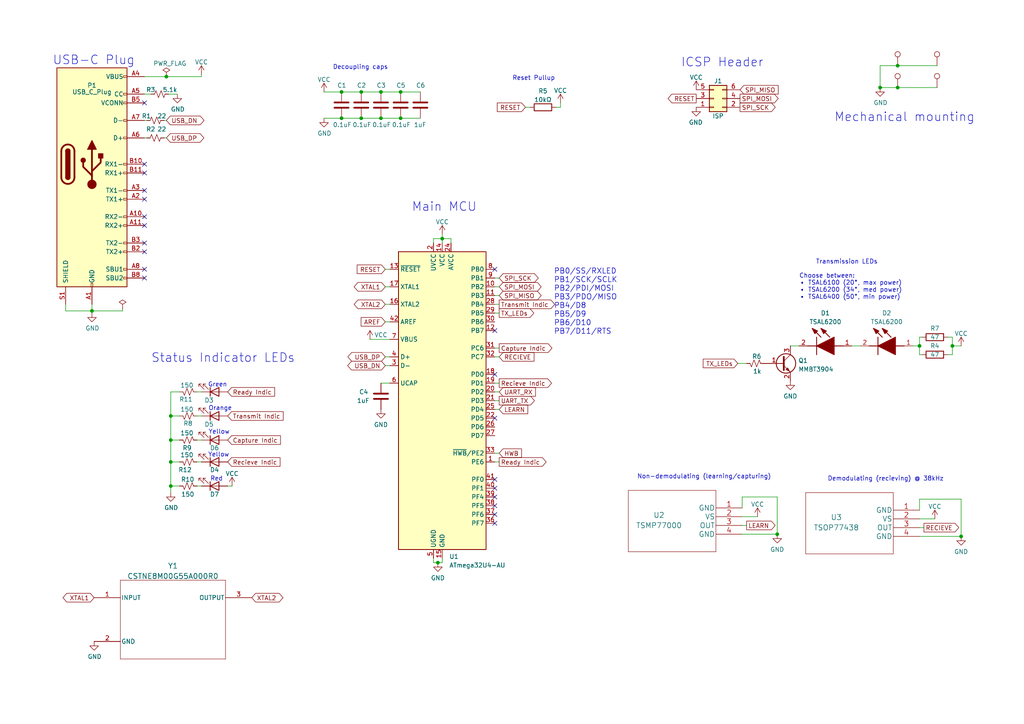
<source format=kicad_sch>
(kicad_sch (version 20230121) (generator eeschema)
  (paper "A4")
  (lib_symbols
    (symbol "Connector:TestPoint" (pin_numbers hide) (pin_names (offset 0.762) hide)
      (property "Reference" "TP" (at 0 6.858 0))
      (property "Value" "TestPoint" (at 0 5.08 0))
      (symbol "TestPoint_0_1"
        (circle (center 0 3.302) (radius 0.762))
      )
      (symbol "TestPoint_1_1"
        (pin passive line (at 0 0 90) (length 2.54) (name "1") (number "1"))
      )
    )
    (symbol "Connector:USB_C_Plug" (pin_names (offset 1.016))
      (property "Reference" "P" (at -10.16 29.21 0))
      (property "Value" "USB_C_Plug" (at 10.16 29.21 0))
      (symbol "USB_C_Plug_0_0"
        (rectangle (start -0.254 -35.56) (end 0.254 -34.544))
        (rectangle (start 10.16 -32.766) (end 9.144 -33.274))
        (rectangle (start 10.16 -30.226) (end 9.144 -30.734))
        (rectangle (start 10.16 -25.146) (end 9.144 -25.654))
        (rectangle (start 10.16 -22.606) (end 9.144 -23.114))
        (rectangle (start 10.16 -17.526) (end 9.144 -18.034))
        (rectangle (start 10.16 -14.986) (end 9.144 -15.494))
        (rectangle (start 10.16 -9.906) (end 9.144 -10.414))
        (rectangle (start 10.16 -7.366) (end 9.144 -7.874))
        (rectangle (start 10.16 -2.286) (end 9.144 -2.794))
        (rectangle (start 10.16 0.254) (end 9.144 -0.254))
        (rectangle (start 10.16 7.874) (end 9.144 7.366))
        (rectangle (start 10.16 12.954) (end 9.144 12.446))
        (rectangle (start 10.16 18.034) (end 9.144 17.526))
        (rectangle (start 10.16 20.574) (end 9.144 20.066))
        (rectangle (start 10.16 25.654) (end 9.144 25.146))
      )
      (symbol "USB_C_Plug_0_1"
        (rectangle (start -10.16 27.94) (end 10.16 -35.56) (stroke (width 0.254)) (fill (type background)))
        (arc (start -8.89 -3.81) (mid -6.985 -5.7067) (end -5.08 -3.81) (stroke (width 0.508)))
        (arc (start -7.62 -3.81) (mid -6.985 -4.4423) (end -6.35 -3.81) (stroke (width 0.254)))
        (arc (start -7.62 -3.81) (mid -6.985 -4.4423) (end -6.35 -3.81) (stroke (width 0.254)) (fill (type outline)))
        (rectangle (start -7.62 -3.81) (end -6.35 3.81) (stroke (width 0.254)) (fill (type outline)))
        (arc (start -6.35 3.81) (mid -6.985 4.4423) (end -7.62 3.81) (stroke (width 0.254)))
        (arc (start -6.35 3.81) (mid -6.985 4.4423) (end -7.62 3.81) (stroke (width 0.254)) (fill (type outline)))
        (arc (start -5.08 3.81) (mid -6.985 5.7067) (end -8.89 3.81) (stroke (width 0.508)))
        (polyline (pts (xy -8.89 -3.81) (xy -8.89 3.81)) (stroke (width 0.508)))
        (polyline (pts (xy -5.08 3.81) (xy -5.08 -3.81)) (stroke (width 0.508)))
      )
      (symbol "USB_C_Plug_1_1"
        (circle (center -2.54 1.143) (radius 0.635) (stroke (width 0.254)) (fill (type outline)))
        (circle (center 0 -5.842) (radius 1.27) (fill (type outline)))
        (polyline (pts (xy 0 -5.842) (xy 0 4.318)) (stroke (width 0.508)))
        (polyline (pts (xy 0 -3.302) (xy -2.54 -0.762) (xy -2.54 0.508)) (stroke (width 0.508)))
        (polyline (pts (xy 0 -2.032) (xy 2.54 0.508) (xy 2.54 1.778)) (stroke (width 0.508)))
        (polyline (pts (xy -1.27 4.318) (xy 0 6.858) (xy 1.27 4.318) (xy -1.27 4.318)) (stroke (width 0.254)) (fill (type outline)))
        (rectangle (start 1.905 1.778) (end 3.175 3.048) (stroke (width 0.254)) (fill (type outline)))
        (pin passive line (at 0 -40.64 90) (length 5.08) (name "GND") (number "A1"))
        (pin bidirectional line (at 15.24 -15.24 180) (length 5.08) (name "RX2-") (number "A10"))
        (pin bidirectional line (at 15.24 -17.78 180) (length 5.08) (name "RX2+") (number "A11"))
        (pin passive line (at 0 -40.64 90) (length 5.08) hide (name "GND") (number "A12"))
        (pin bidirectional line (at 15.24 -10.16 180) (length 5.08) (name "TX1+") (number "A2"))
        (pin bidirectional line (at 15.24 -7.62 180) (length 5.08) (name "TX1-") (number "A3"))
        (pin passive line (at 15.24 25.4 180) (length 5.08) (name "VBUS") (number "A4"))
        (pin bidirectional line (at 15.24 20.32 180) (length 5.08) (name "CC") (number "A5"))
        (pin bidirectional line (at 15.24 7.62 180) (length 5.08) (name "D+") (number "A6"))
        (pin bidirectional line (at 15.24 12.7 180) (length 5.08) (name "D-") (number "A7"))
        (pin bidirectional line (at 15.24 -30.48 180) (length 5.08) (name "SBU1") (number "A8"))
        (pin passive line (at 15.24 25.4 180) (length 5.08) hide (name "VBUS") (number "A9"))
        (pin passive line (at 0 -40.64 90) (length 5.08) hide (name "GND") (number "B1"))
        (pin bidirectional line (at 15.24 0 180) (length 5.08) (name "RX1-") (number "B10"))
        (pin bidirectional line (at 15.24 -2.54 180) (length 5.08) (name "RX1+") (number "B11"))
        (pin passive line (at 0 -40.64 90) (length 5.08) hide (name "GND") (number "B12"))
        (pin bidirectional line (at 15.24 -25.4 180) (length 5.08) (name "TX2+") (number "B2"))
        (pin bidirectional line (at 15.24 -22.86 180) (length 5.08) (name "TX2-") (number "B3"))
        (pin passive line (at 15.24 25.4 180) (length 5.08) hide (name "VBUS") (number "B4"))
        (pin bidirectional line (at 15.24 17.78 180) (length 5.08) (name "VCONN") (number "B5"))
        (pin bidirectional line (at 15.24 -33.02 180) (length 5.08) (name "SBU2") (number "B8"))
        (pin passive line (at 15.24 25.4 180) (length 5.08) hide (name "VBUS") (number "B9"))
        (pin passive line (at -7.62 -40.64 90) (length 5.08) (name "SHIELD") (number "S1"))
      )
    )
    (symbol "Connector_Generic:Conn_02x03_Odd_Even" (pin_names (offset 1.016) hide)
      (property "Reference" "J" (at 1.27 5.08 0))
      (property "Value" "Conn_02x03_Odd_Even" (at 1.27 -5.08 0))
      (symbol "Conn_02x03_Odd_Even_1_1"
        (rectangle (start -1.27 -2.413) (end 0 -2.667) (stroke (width 0.1524)))
        (rectangle (start -1.27 0.127) (end 0 -0.127) (stroke (width 0.1524)))
        (rectangle (start -1.27 2.667) (end 0 2.413) (stroke (width 0.1524)))
        (rectangle (start -1.27 3.81) (end 3.81 -3.81) (stroke (width 0.254)) (fill (type background)))
        (rectangle (start 3.81 -2.413) (end 2.54 -2.667) (stroke (width 0.1524)))
        (rectangle (start 3.81 0.127) (end 2.54 -0.127) (stroke (width 0.1524)))
        (rectangle (start 3.81 2.667) (end 2.54 2.413) (stroke (width 0.1524)))
        (pin passive line (at -5.08 2.54 0) (length 3.81) (name "Pin_1") (number "1"))
        (pin passive line (at 7.62 2.54 180) (length 3.81) (name "Pin_2") (number "2"))
        (pin passive line (at -5.08 0 0) (length 3.81) (name "Pin_3") (number "3"))
        (pin passive line (at 7.62 0 180) (length 3.81) (name "Pin_4") (number "4"))
        (pin passive line (at -5.08 -2.54 0) (length 3.81) (name "Pin_5") (number "5"))
        (pin passive line (at 7.62 -2.54 180) (length 3.81) (name "Pin_6") (number "6"))
      )
    )
    (symbol "Device:C" (pin_numbers hide) (pin_names (offset 0.254))
      (property "Reference" "C" (at 0.635 2.54 0))
      (property "Value" "C" (at 0.635 -2.54 0))
      (symbol "C_0_1"
        (polyline (pts (xy -2.032 -0.762) (xy 2.032 -0.762)) (stroke (width 0.508)))
        (polyline (pts (xy -2.032 0.762) (xy 2.032 0.762)) (stroke (width 0.508)))
      )
      (symbol "C_1_1"
        (pin passive line (at 0 3.81 270) (length 2.794) (name "~") (number "1"))
        (pin passive line (at 0 -3.81 90) (length 2.794) (name "~") (number "2"))
      )
    )
    (symbol "Device:LED" (pin_numbers hide) (pin_names (offset 1.016) hide)
      (property "Reference" "D" (at 0 2.54 0))
      (property "Value" "LED" (at 0 -2.54 0))
      (symbol "LED_0_1"
        (polyline (pts (xy -1.27 -1.27) (xy -1.27 1.27)) (stroke (width 0.254)))
        (polyline (pts (xy -1.27 0) (xy 1.27 0)))
        (polyline (pts (xy 1.27 -1.27) (xy 1.27 1.27) (xy -1.27 0) (xy 1.27 -1.27)) (stroke (width 0.254)))
        (polyline (pts (xy -3.048 -0.762) (xy -4.572 -2.286) (xy -3.81 -2.286) (xy -4.572 -2.286) (xy -4.572 -1.524)))
        (polyline (pts (xy -1.778 -0.762) (xy -3.302 -2.286) (xy -2.54 -2.286) (xy -3.302 -2.286) (xy -3.302 -1.524)))
      )
      (symbol "LED_1_1"
        (pin passive line (at -3.81 0 0) (length 2.54) (name "K") (number "1"))
        (pin passive line (at 3.81 0 180) (length 2.54) (name "A") (number "2"))
      )
    )
    (symbol "Device:R" (pin_numbers hide) (pin_names (offset 0))
      (property "Reference" "R" (at 2.032 0 90))
      (property "Value" "R" (at 0 0 90))
      (symbol "R_0_1"
        (rectangle (start -1.016 -2.54) (end 1.016 2.54) (stroke (width 0.254)))
      )
      (symbol "R_1_1"
        (pin passive line (at 0 3.81 270) (length 1.27) (name "~") (number "1"))
        (pin passive line (at 0 -3.81 90) (length 1.27) (name "~") (number "2"))
      )
    )
    (symbol "Device:R_Small_US" (pin_numbers hide) (pin_names (offset 0.254) hide)
      (property "Reference" "R" (at 0.762 0.508 0))
      (property "Value" "R_Small_US" (at 0.762 -1.016 0))
      (symbol "R_Small_US_1_1"
        (polyline (pts (xy 0 0) (xy 1.016 -0.381) (xy 0 -0.762) (xy -1.016 -1.143) (xy 0 -1.524)))
        (polyline (pts (xy 0 1.524) (xy 1.016 1.143) (xy 0 0.762) (xy -1.016 0.381) (xy 0 0)))
        (pin passive line (at 0 2.54 270) (length 1.016) (name "~") (number "1"))
        (pin passive line (at 0 -2.54 90) (length 1.016) (name "~") (number "2"))
      )
    )
    (symbol "IN-S126ESGHIR:IN-S126ESGHIR" (pin_names hide)
      (property "Value" "IN-S126ESGHIR" (at 0 0 0))
      (property "Reference_1" "LED" (at 12.7 8.89 0))
      (property "Value_1" "IN-S126ESGHIR" (at 12.7 6.35 0))
      (symbol "IN-S126ESGHIR_1_1"
        (polyline (pts (xy 2.54 0) (xy 5.08 0)) (stroke (width 0.254)))
        (polyline (pts (xy 5.08 2.54) (xy 5.08 -2.54)) (stroke (width 0.254)))
        (polyline (pts (xy 6.35 2.54) (xy 3.81 5.08)) (stroke (width 0.254)))
        (polyline (pts (xy 8.89 2.54) (xy 6.35 5.08)) (stroke (width 0.254)))
        (polyline (pts (xy 10.16 0) (xy 12.7 0)) (stroke (width 0.254)))
        (polyline (pts (xy 5.08 0) (xy 10.16 2.54) (xy 10.16 -2.54) (xy 5.08 0)) (stroke (width 0.254)) (fill (type outline)))
        (polyline (pts (xy 5.334 4.318) (xy 4.572 3.556) (xy 3.81 5.08) (xy 5.334 4.318)) (stroke (width 0.254)) (fill (type outline)))
        (polyline (pts (xy 7.874 4.318) (xy 7.112 3.556) (xy 6.35 5.08) (xy 7.874 4.318)) (stroke (width 0.254)) (fill (type outline)))
        (pin passive line (at 15.24 0 180) (length 2.54) (name "A") (number "1"))
        (pin passive line (at 0 0 0) (length 2.54) (name "K") (number "2"))
      )
    )
    (symbol "MCU_Microchip_ATmega:ATmega32U4-A"
      (property "Reference" "U" (at -12.7 44.45 0))
      (property "Value" "ATmega32U4-A" (at 2.54 -44.45 0))
      (symbol "ATmega32U4-A_0_1"
        (rectangle (start -12.7 -43.18) (end 12.7 43.18) (stroke (width 0.254)) (fill (type background)))
      )
      (symbol "ATmega32U4-A_1_1"
        (pin bidirectional line (at 15.24 -17.78 180) (length 2.54) (name "PE6") (number "1"))
        (pin bidirectional line (at 15.24 33.02 180) (length 2.54) (name "PB2") (number "10"))
        (pin bidirectional line (at 15.24 30.48 180) (length 2.54) (name "PB3") (number "11"))
        (pin bidirectional line (at 15.24 20.32 180) (length 2.54) (name "PB7") (number "12"))
        (pin input line (at -15.24 38.1 0) (length 2.54) (name "~{RESET}") (number "13"))
        (pin power_in line (at 0 45.72 270) (length 2.54) (name "VCC") (number "14"))
        (pin power_in line (at 0 -45.72 90) (length 2.54) (name "GND") (number "15"))
        (pin output line (at -15.24 27.94 0) (length 2.54) (name "XTAL2") (number "16"))
        (pin input line (at -15.24 33.02 0) (length 2.54) (name "XTAL1") (number "17"))
        (pin bidirectional line (at 15.24 7.62 180) (length 2.54) (name "PD0") (number "18"))
        (pin bidirectional line (at 15.24 5.08 180) (length 2.54) (name "PD1") (number "19"))
        (pin power_in line (at -2.54 45.72 270) (length 2.54) (name "UVCC") (number "2"))
        (pin bidirectional line (at 15.24 2.54 180) (length 2.54) (name "PD2") (number "20"))
        (pin bidirectional line (at 15.24 0 180) (length 2.54) (name "PD3") (number "21"))
        (pin bidirectional line (at 15.24 -5.08 180) (length 2.54) (name "PD5") (number "22"))
        (pin passive line (at 0 -45.72 90) (length 2.54) hide (name "GND") (number "23"))
        (pin power_in line (at 2.54 45.72 270) (length 2.54) (name "AVCC") (number "24"))
        (pin bidirectional line (at 15.24 -2.54 180) (length 2.54) (name "PD4") (number "25"))
        (pin bidirectional line (at 15.24 -7.62 180) (length 2.54) (name "PD6") (number "26"))
        (pin bidirectional line (at 15.24 -10.16 180) (length 2.54) (name "PD7") (number "27"))
        (pin bidirectional line (at 15.24 27.94 180) (length 2.54) (name "PB4") (number "28"))
        (pin bidirectional line (at 15.24 25.4 180) (length 2.54) (name "PB5") (number "29"))
        (pin bidirectional line (at -15.24 10.16 0) (length 2.54) (name "D-") (number "3"))
        (pin bidirectional line (at 15.24 22.86 180) (length 2.54) (name "PB6") (number "30"))
        (pin bidirectional line (at 15.24 15.24 180) (length 2.54) (name "PC6") (number "31"))
        (pin bidirectional line (at 15.24 12.7 180) (length 2.54) (name "PC7") (number "32"))
        (pin bidirectional line (at 15.24 -15.24 180) (length 2.54) (name "~{HWB}/PE2") (number "33"))
        (pin passive line (at 0 45.72 270) (length 2.54) hide (name "VCC") (number "34"))
        (pin passive line (at 0 -45.72 90) (length 2.54) hide (name "GND") (number "35"))
        (pin bidirectional line (at 15.24 -35.56 180) (length 2.54) (name "PF7") (number "36"))
        (pin bidirectional line (at 15.24 -33.02 180) (length 2.54) (name "PF6") (number "37"))
        (pin bidirectional line (at 15.24 -30.48 180) (length 2.54) (name "PF5") (number "38"))
        (pin bidirectional line (at 15.24 -27.94 180) (length 2.54) (name "PF4") (number "39"))
        (pin bidirectional line (at -15.24 12.7 0) (length 2.54) (name "D+") (number "4"))
        (pin bidirectional line (at 15.24 -25.4 180) (length 2.54) (name "PF1") (number "40"))
        (pin bidirectional line (at 15.24 -22.86 180) (length 2.54) (name "PF0") (number "41"))
        (pin passive line (at -15.24 22.86 0) (length 2.54) (name "AREF") (number "42"))
        (pin passive line (at 0 -45.72 90) (length 2.54) hide (name "GND") (number "43"))
        (pin passive line (at 2.54 45.72 270) (length 2.54) hide (name "AVCC") (number "44"))
        (pin passive line (at -2.54 -45.72 90) (length 2.54) (name "UGND") (number "5"))
        (pin passive line (at -15.24 5.08 0) (length 2.54) (name "UCAP") (number "6"))
        (pin input line (at -15.24 17.78 0) (length 2.54) (name "VBUS") (number "7"))
        (pin bidirectional line (at 15.24 38.1 180) (length 2.54) (name "PB0") (number "8"))
        (pin bidirectional line (at 15.24 35.56 180) (length 2.54) (name "PB1") (number "9"))
      )
    )
    (symbol "PWR_FLAG_1" (power) (pin_numbers hide) (pin_names (offset 0) hide)
      (property "Value" "PWR_FLAG_1" (at 0 3.81 0))
      (symbol "PWR_FLAG_1_0_0"
        (pin power_out line (at 0 0 90) (length 0) (name "pwr") (number "1"))
      )
      (symbol "PWR_FLAG_1_0_1"
        (polyline (pts (xy 0 0) (xy 0 1.27) (xy -1.016 1.905) (xy 0 2.54) (xy 1.016 1.905) (xy 0 1.27)))
      )
    )
    (symbol "RESONATOR_00G55A000R0_MUR:CSTNE8M00G55A000R0" (pin_names (offset 0.254))
      (property "Reference" "R" (at 22.86 10.16 0))
      (property "Value" "CSTNE8M00G55A000R0" (at 22.86 7.62 0))
      (symbol "CSTNE8M00G55A000R0_0_1"
        (polyline (pts (xy 7.62 -17.78) (xy 38.1 -17.78)) (stroke (width 0.127)))
        (polyline (pts (xy 7.62 5.08) (xy 7.62 -17.78)) (stroke (width 0.127)))
        (polyline (pts (xy 38.1 -17.78) (xy 38.1 5.08)) (stroke (width 0.127)))
        (polyline (pts (xy 38.1 5.08) (xy 7.62 5.08)) (stroke (width 0.127)))
        (pin input line (at 0 0 0) (length 7.62) (name "INPUT") (number "1"))
        (pin power_out line (at 0 -12.7 0) (length 7.62) (name "GND") (number "2"))
        (pin output line (at 45.72 0 180) (length 7.62) (name "OUTPUT") (number "3"))
      )
    )
    (symbol "TSSP77P38T:TSSP77P38T" (pin_names (offset 0.254))
      (property "Reference" "U" (at 20.32 10.16 0))
      (property "Value" "TSSP77P38T" (at 20.32 7.62 0))
      (symbol "TSSP77P38T_1_1"
        (polyline (pts (xy 7.62 -12.7) (xy 33.02 -12.7)) (stroke (width 0.127)))
        (polyline (pts (xy 7.62 5.08) (xy 7.62 -12.7)) (stroke (width 0.127)))
        (polyline (pts (xy 33.02 -12.7) (xy 33.02 5.08)) (stroke (width 0.127)))
        (polyline (pts (xy 33.02 5.08) (xy 7.62 5.08)) (stroke (width 0.127)))
        (pin power_in line (at 0 0 0) (length 7.62) (name "GND") (number "1"))
        (pin unspecified line (at 0 -2.54 0) (length 7.62) (name "VS") (number "2"))
        (pin output line (at 0 -5.08 0) (length 7.62) (name "OUT") (number "3"))
        (pin power_in line (at 0 -7.62 0) (length 7.62) (name "GND") (number "4"))
      )
    )
    (symbol "Transistor_BJT:MMBT3904" (pin_names (offset 0) hide)
      (property "Reference" "Q" (at 5.08 1.905 0))
      (property "Value" "MMBT3904" (at 5.08 0 0))
      (symbol "MMBT3904_0_1"
        (polyline (pts (xy 0.635 0.635) (xy 2.54 2.54)))
        (polyline (pts (xy 0.635 -0.635) (xy 2.54 -2.54) (xy 2.54 -2.54)))
        (polyline (pts (xy 0.635 1.905) (xy 0.635 -1.905) (xy 0.635 -1.905)) (stroke (width 0.508)))
        (polyline (pts (xy 1.27 -1.778) (xy 1.778 -1.27) (xy 2.286 -2.286) (xy 1.27 -1.778) (xy 1.27 -1.778)) (fill (type outline)))
        (circle (center 1.27 0) (radius 2.8194) (stroke (width 0.254)))
      )
      (symbol "MMBT3904_1_1"
        (pin input line (at -5.08 0 0) (length 5.715) (name "B") (number "1"))
        (pin passive line (at 2.54 -5.08 90) (length 2.54) (name "E") (number "2"))
        (pin passive line (at 2.54 5.08 270) (length 2.54) (name "C") (number "3"))
      )
    )
    (symbol "power:GND" (power) (pin_names (offset 0))
      (property "Value" "GND" (at 0 -3.81 0))
      (symbol "GND_0_1"
        (polyline (pts (xy 0 0) (xy 0 -1.27) (xy 1.27 -1.27) (xy 0 -2.54) (xy -1.27 -1.27) (xy 0 -1.27)))
      )
      (symbol "GND_1_1"
        (pin power_in line (at 0 0 270) (length 0) hide (name "GND") (number "1"))
      )
    )
    (symbol "power:PWR_FLAG" (power) (pin_numbers hide) (pin_names (offset 0) hide)
      (property "Value" "PWR_FLAG" (at 0 3.81 0))
      (symbol "PWR_FLAG_0_0"
        (pin power_out line (at 0 0 90) (length 0) (name "pwr") (number "1"))
      )
      (symbol "PWR_FLAG_0_1"
        (polyline (pts (xy 0 0) (xy 0 1.27) (xy -1.016 1.905) (xy 0 2.54) (xy 1.016 1.905) (xy 0 1.27)))
      )
    )
    (symbol "power:VCC" (power) (pin_names (offset 0))
      (property "Value" "VCC" (at 0 3.81 0))
      (symbol "VCC_0_1"
        (polyline (pts (xy -0.762 1.27) (xy 0 2.54)))
        (polyline (pts (xy 0 0) (xy 0 2.54)))
        (polyline (pts (xy 0 2.54) (xy 0.762 1.27)))
      )
      (symbol "VCC_1_1"
        (pin power_in line (at 0 0 90) (length 0) hide (name "VCC") (number "1"))
      )
    )
  )
  (junction (at 260.35 25.4))
  (junction (at 260.35 19.05))
  (junction (at 110.49 34.29))
  (junction (at 276.225 100.33))
  (junction (at 49.53 120.65))
  (junction (at 49.53 140.97))
  (junction (at 104.775 34.29))
  (junction (at 225.425 154.94))
  (junction (at 278.765 155.575))
  (junction (at 104.775 26.67))
  (junction (at 49.53 133.985))
  (junction (at 26.67 90.17))
  (junction (at 128.27 69.215))
  (junction (at 49.53 127.635))
  (junction (at 255.27 25.4))
  (junction (at 99.06 26.67))
  (junction (at 110.49 26.67))
  (junction (at 99.06 34.29))
  (junction (at 116.205 26.67))
  (junction (at 48.26 22.225))
  (junction (at 266.7 100.33))
  (junction (at 116.205 34.29))
  (junction (at 127 163.195))
  (no_connect (at 143.51 144.145))
  (no_connect (at 143.51 121.285))
  (no_connect (at 41.91 50.165))
  (no_connect (at 41.91 78.105))
  (no_connect (at 41.91 29.845))
  (no_connect (at 41.91 62.865))
  (no_connect (at 143.51 151.765))
  (no_connect (at 143.51 149.225))
  (no_connect (at 143.51 78.105))
  (no_connect (at 41.91 65.405))
  (no_connect (at 143.51 95.885))
  (no_connect (at 143.51 108.585))
  (no_connect (at 41.91 57.785))
  (no_connect (at 143.51 141.605))
  (no_connect (at 41.91 55.245))
  (no_connect (at 41.91 80.645))
  (no_connect (at 143.51 139.065))
  (no_connect (at 41.91 47.625))
  (no_connect (at 41.91 73.025))
  (no_connect (at 143.51 146.685))
  (no_connect (at 41.91 70.485))
  (wire (pts (xy 111.76 93.345) (xy 113.03 93.345)))
  (wire (pts (xy 247.015 100.33) (xy 249.555 100.33)))
  (wire (pts (xy 48.26 40.005) (xy 47.625 40.005)))
  (wire (pts (xy 111.76 83.185) (xy 113.03 83.185)))
  (wire (pts (xy 67.31 140.97) (xy 66.04 140.97)))
  (wire (pts (xy 110.49 34.29) (xy 116.205 34.29)))
  (wire (pts (xy 144.78 133.985) (xy 143.51 133.985)))
  (wire (pts (xy 144.78 116.205) (xy 143.51 116.205)))
  (wire (pts (xy 19.05 88.265) (xy 19.05 90.17)))
  (wire (pts (xy 57.15 140.97) (xy 58.42 140.97)))
  (wire (pts (xy 99.06 26.67) (xy 104.775 26.67)))
  (wire (pts (xy 49.53 113.665) (xy 49.53 120.65)))
  (wire (pts (xy 267.97 153.035) (xy 266.7 153.035)))
  (wire (pts (xy 110.49 111.125) (xy 113.03 111.125)))
  (wire (pts (xy 215.265 147.32) (xy 215.265 144.145)))
  (wire (pts (xy 143.51 100.965) (xy 144.78 100.965)))
  (wire (pts (xy 130.81 70.485) (xy 130.81 69.215)))
  (wire (pts (xy 266.7 155.575) (xy 278.765 155.575)))
  (wire (pts (xy 144.78 88.265) (xy 143.51 88.265)))
  (wire (pts (xy 19.05 90.17) (xy 26.67 90.17)))
  (wire (pts (xy 26.67 90.17) (xy 26.67 90.805)))
  (wire (pts (xy 128.27 163.195) (xy 127 163.195)))
  (wire (pts (xy 144.78 131.445) (xy 143.51 131.445)))
  (wire (pts (xy 216.535 152.4) (xy 215.265 152.4)))
  (wire (pts (xy 58.42 22.225) (xy 58.42 21.59)))
  (wire (pts (xy 41.91 22.225) (xy 48.26 22.225)))
  (wire (pts (xy 266.7 97.79) (xy 266.7 100.33)))
  (wire (pts (xy 266.7 147.955) (xy 266.7 144.78)))
  (wire (pts (xy 215.265 144.145) (xy 225.425 144.145)))
  (wire (pts (xy 152.4 31.115) (xy 153.67 31.115)))
  (wire (pts (xy 276.225 102.87) (xy 274.955 102.87)))
  (wire (pts (xy 128.27 69.215) (xy 125.73 69.215)))
  (wire (pts (xy 260.35 19.05) (xy 255.27 19.05)))
  (wire (pts (xy 104.775 26.67) (xy 110.49 26.67)))
  (wire (pts (xy 42.545 40.005) (xy 41.91 40.005)))
  (wire (pts (xy 144.78 83.185) (xy 143.51 83.185)))
  (wire (pts (xy 274.955 97.79) (xy 276.225 97.79)))
  (wire (pts (xy 52.07 113.665) (xy 49.53 113.665)))
  (wire (pts (xy 162.56 31.115) (xy 161.29 31.115)))
  (wire (pts (xy 276.225 100.33) (xy 276.225 102.87)))
  (wire (pts (xy 260.35 25.4) (xy 255.27 25.4)))
  (wire (pts (xy 128.27 161.925) (xy 128.27 163.195)))
  (wire (pts (xy 49.53 127.635) (xy 52.07 127.635)))
  (wire (pts (xy 111.76 88.265) (xy 113.03 88.265)))
  (wire (pts (xy 52.07 140.97) (xy 49.53 140.97)))
  (wire (pts (xy 57.15 133.985) (xy 58.42 133.985)))
  (wire (pts (xy 49.53 133.985) (xy 52.07 133.985)))
  (wire (pts (xy 215.265 154.94) (xy 225.425 154.94)))
  (wire (pts (xy 99.06 34.29) (xy 104.775 34.29)))
  (wire (pts (xy 57.15 113.665) (xy 58.42 113.665)))
  (wire (pts (xy 278.765 144.78) (xy 278.765 155.575)))
  (wire (pts (xy 57.15 127.635) (xy 58.42 127.635)))
  (wire (pts (xy 144.78 111.125) (xy 143.51 111.125)))
  (wire (pts (xy 35.56 89.535) (xy 35.56 90.17)))
  (wire (pts (xy 276.225 97.79) (xy 276.225 100.33)))
  (wire (pts (xy 276.225 100.33) (xy 278.765 100.33)))
  (wire (pts (xy 49.53 133.985) (xy 49.53 140.97)))
  (wire (pts (xy 144.78 80.645) (xy 143.51 80.645)))
  (wire (pts (xy 49.53 142.875) (xy 49.53 140.97)))
  (wire (pts (xy 49.53 127.635) (xy 49.53 133.985)))
  (wire (pts (xy 41.91 27.305) (xy 43.815 27.305)))
  (wire (pts (xy 271.78 19.05) (xy 260.35 19.05)))
  (wire (pts (xy 266.7 102.87) (xy 266.7 100.33)))
  (wire (pts (xy 107.315 98.425) (xy 113.03 98.425)))
  (wire (pts (xy 125.73 163.195) (xy 125.73 161.925)))
  (wire (pts (xy 267.335 102.87) (xy 266.7 102.87)))
  (wire (pts (xy 128.27 69.215) (xy 128.27 70.485)))
  (wire (pts (xy 271.78 25.4) (xy 260.35 25.4)))
  (wire (pts (xy 266.7 100.33) (xy 264.795 100.33)))
  (wire (pts (xy 144.78 113.665) (xy 143.51 113.665)))
  (wire (pts (xy 266.7 144.78) (xy 278.765 144.78)))
  (wire (pts (xy 255.27 19.05) (xy 255.27 25.4)))
  (wire (pts (xy 93.98 34.29) (xy 99.06 34.29)))
  (wire (pts (xy 42.545 34.925) (xy 41.91 34.925)))
  (wire (pts (xy 35.56 90.17) (xy 26.67 90.17)))
  (wire (pts (xy 144.78 118.745) (xy 143.51 118.745)))
  (wire (pts (xy 144.78 90.805) (xy 143.51 90.805)))
  (wire (pts (xy 57.15 120.65) (xy 58.42 120.65)))
  (wire (pts (xy 162.56 31.115) (xy 162.56 29.845)))
  (wire (pts (xy 213.995 105.41) (xy 216.535 105.41)))
  (wire (pts (xy 52.07 120.65) (xy 49.53 120.65)))
  (wire (pts (xy 231.775 100.33) (xy 229.235 100.33)))
  (wire (pts (xy 48.895 27.305) (xy 51.435 27.305)))
  (wire (pts (xy 111.76 78.105) (xy 113.03 78.105)))
  (wire (pts (xy 128.27 67.945) (xy 128.27 69.215)))
  (wire (pts (xy 116.205 34.29) (xy 121.92 34.29)))
  (wire (pts (xy 125.73 69.215) (xy 125.73 70.485)))
  (wire (pts (xy 266.7 97.79) (xy 267.335 97.79)))
  (wire (pts (xy 49.53 120.65) (xy 49.53 127.635)))
  (wire (pts (xy 110.49 26.67) (xy 116.205 26.67)))
  (wire (pts (xy 104.775 34.29) (xy 110.49 34.29)))
  (wire (pts (xy 116.205 26.67) (xy 121.92 26.67)))
  (wire (pts (xy 48.26 22.225) (xy 58.42 22.225)))
  (wire (pts (xy 225.425 144.145) (xy 225.425 154.94)))
  (wire (pts (xy 266.7 150.495) (xy 271.145 150.495)))
  (wire (pts (xy 143.51 103.505) (xy 144.78 103.505)))
  (wire (pts (xy 26.67 90.17) (xy 26.67 88.265)))
  (wire (pts (xy 47.625 34.925) (xy 48.26 34.925)))
  (wire (pts (xy 111.76 106.045) (xy 113.03 106.045)))
  (wire (pts (xy 93.98 26.67) (xy 99.06 26.67)))
  (wire (pts (xy 215.265 149.86) (xy 219.71 149.86)))
  (wire (pts (xy 130.81 69.215) (xy 128.27 69.215)))
  (wire (pts (xy 127 163.195) (xy 125.73 163.195)))
  (wire (pts (xy 111.76 103.505) (xy 113.03 103.505)))
  (wire (pts (xy 144.78 85.725) (xy 143.51 85.725)))
  (text "Mechanical mounting" (at 241.935 35.56 0) (effects (font (size 2.54 2.54)) (justify left bottom)))
  (text "Orange" (at 60.452 119.253 0) (effects (font (size 1.27 1.27)) (justify left bottom)))
  (text "Green" (at 60.325 112.395 0) (effects (font (size 1.27 1.27)) (justify left bottom)))
  (text "Yellow" (at 60.325 132.715 0) (effects (font (size 1.27 1.27)) (justify left bottom)))
  (text "PB0/SS/RXLED\nPB1/SCK/SCLK\nPB2/PDI/MOSI\nPB3/PDO/MISO\nPB4/D8\nPB5/D9\nPB6/D10\nPB7/D11/RTS" (at 160.655 97.155 0) (effects (font (size 1.55 1.55)) (justify left bottom)))
  (text "USB-C Plug" (at 15.24 19.05 0) (effects (font (size 2.54 2.54)) (justify left bottom)))
  (text "Status Indicator LEDs" (at 43.815 105.41 0) (effects (font (size 2.54 2.54)) (justify left bottom)))
  (text "Red" (at 60.96 139.7 0) (effects (font (size 1.27 1.27)) (justify left bottom)))
  (text "Main MCU" (at 119.38 61.595 0) (effects (font (size 2.54 2.54)) (justify left bottom)))
  (text "Yellow" (at 60.452 126.111 0) (effects (font (size 1.27 1.27)) (justify left bottom)))
  (text "     Transmission LEDs     \n\nChoose between:\n• TSAL6100 (20°, max power)\n• TSAL6200 (34°, med power)\n• TSAL6400 (50°, min power)" (at 231.775 86.995 0) (effects (font (size 1.27 1.27)) (justify left bottom)))
  (text "Non-demodulating (learning/capturing)" (at 184.785 139.065 0) (effects (font (size 1.27 1.27)) (justify left bottom)))
  (text "ICSP Header" (at 197.485 19.685 0) (effects (font (size 2.54 2.54)) (justify left bottom)))
  (text "Reset Pullup" (at 148.59 23.495 0) (effects (font (size 1.27 1.27)) (justify left bottom)))
  (text "Demodulating (recieving) @ 38kHz" (at 240.03 139.7 0) (effects (font (size 1.27 1.27)) (justify left bottom)))
  (text "Decoupling caps" (at 96.52 20.32 0) (effects (font (size 1.27 1.27)) (justify left bottom)))
  (global_label "UART_RX" (shape input) (at 144.78 113.665 0) (property "Intersheetrefs" "${INTERSHEET_REFS}" (effects hide)))
  (global_label "Recieve Indic" (shape input) (at 66.04 133.985 0) (property "Intersheetrefs" "${INTERSHEET_REFS}" (effects hide)))
  (global_label "XTAL1" (shape bidirectional) (at 111.76 83.185 180) (property "Intersheetrefs" "${INTERSHEET_REFS}" (effects hide)))
  (global_label "SPI_SCK" (shape output) (at 214.63 31.115 0) (property "Intersheetrefs" "${INTERSHEET_REFS}" (effects hide)))
  (global_label "RECIEVE" (shape input) (at 144.78 103.505 0) (property "Intersheetrefs" "${INTERSHEET_REFS}" (effects hide)))
  (global_label "XTAL1" (shape bidirectional) (at 27.305 173.355 180) (property "Intersheetrefs" "${INTERSHEET_REFS}" (effects hide)))
  (global_label "XTAL2" (shape bidirectional) (at 111.76 88.265 180) (property "Intersheetrefs" "${INTERSHEET_REFS}" (effects hide)))
  (global_label "SPI_MOSI" (shape output) (at 214.63 28.575 0) (property "Intersheetrefs" "${INTERSHEET_REFS}" (effects hide)))
  (global_label "Capture Indic" (shape output) (at 144.78 100.965 0) (property "Intersheetrefs" "${INTERSHEET_REFS}" (effects hide)))
  (global_label "LEARN" (shape input) (at 144.78 118.745 0) (property "Intersheetrefs" "${INTERSHEET_REFS}" (effects hide)))
  (global_label "Ready Indic" (shape input) (at 66.04 113.665 0) (property "Intersheetrefs" "${INTERSHEET_REFS}" (effects hide)))
  (global_label "UART_TX" (shape output) (at 144.78 116.205 0) (property "Intersheetrefs" "${INTERSHEET_REFS}" (effects hide)))
  (global_label "Capture Indic" (shape input) (at 66.04 127.635 0) (property "Intersheetrefs" "${INTERSHEET_REFS}" (effects hide)))
  (global_label "AREF" (shape input) (at 111.76 93.345 180) (property "Intersheetrefs" "${INTERSHEET_REFS}" (effects hide)))
  (global_label "RESET" (shape output) (at 201.93 28.575 180) (property "Intersheetrefs" "${INTERSHEET_REFS}" (effects hide)))
  (global_label "USB_DN" (shape bidirectional) (at 111.76 106.045 180) (property "Intersheetrefs" "${INTERSHEET_REFS}" (effects hide)))
  (global_label "SPI_SCK" (shape bidirectional) (at 144.78 80.645 0) (property "Intersheetrefs" "${INTERSHEET_REFS}" (effects hide)))
  (global_label "RESET" (shape input) (at 152.4 31.115 180) (property "Intersheetrefs" "${INTERSHEET_REFS}" (effects hide)))
  (global_label "SPI_MISO" (shape input) (at 214.63 26.035 0) (property "Intersheetrefs" "${INTERSHEET_REFS}" (effects hide)))
  (global_label "SPI_MOSI" (shape bidirectional) (at 144.78 83.185 0) (property "Intersheetrefs" "${INTERSHEET_REFS}" (effects hide)))
  (global_label "Transmit Indic" (shape input) (at 66.04 120.65 0) (property "Intersheetrefs" "${INTERSHEET_REFS}" (effects hide)))
  (global_label "HWB" (shape input) (at 144.78 131.445 0) (property "Intersheetrefs" "${INTERSHEET_REFS}" (effects hide)))
  (global_label "USB_DN" (shape bidirectional) (at 48.26 34.925 0) (property "Intersheetrefs" "${INTERSHEET_REFS}" (effects hide)))
  (global_label "Transmit Indic" (shape output) (at 144.78 88.265 0) (property "Intersheetrefs" "${INTERSHEET_REFS}" (effects hide)))
  (global_label "RESET" (shape input) (at 111.76 78.105 180) (property "Intersheetrefs" "${INTERSHEET_REFS}" (effects hide)))
  (global_label "USB_DP" (shape bidirectional) (at 48.26 40.005 0) (property "Intersheetrefs" "${INTERSHEET_REFS}" (effects hide)))
  (global_label "RECIEVE" (shape output) (at 267.97 153.035 0) (property "Intersheetrefs" "${INTERSHEET_REFS}" (effects hide)))
  (global_label "TX_LEDs" (shape input) (at 213.995 105.41 180) (property "Intersheetrefs" "${INTERSHEET_REFS}" (effects hide)))
  (global_label "LEARN" (shape output) (at 216.535 152.4 0) (property "Intersheetrefs" "${INTERSHEET_REFS}" (effects hide)))
  (global_label "USB_DP" (shape bidirectional) (at 111.76 103.505 180) (property "Intersheetrefs" "${INTERSHEET_REFS}" (effects hide)))
  (global_label "SPI_MISO" (shape bidirectional) (at 144.78 85.725 0) (property "Intersheetrefs" "${INTERSHEET_REFS}" (effects hide)))
  (global_label "TX_LEDs" (shape output) (at 144.78 90.805 0) (property "Intersheetrefs" "${INTERSHEET_REFS}" (effects hide)))
  (global_label "Recieve Indic" (shape output) (at 144.78 111.125 0) (property "Intersheetrefs" "${INTERSHEET_REFS}" (effects hide)))
  (global_label "Ready Indic" (shape output) (at 144.78 133.985 0) (property "Intersheetrefs" "${INTERSHEET_REFS}" (effects hide)))
  (global_label "XTAL2" (shape bidirectional) (at 73.025 173.355 0) (property "Intersheetrefs" "${INTERSHEET_REFS}" (effects hide)))
  (symbol (lib_id "power:VCC") (at 162.56 29.845 0) (mirror y) (unit 1)
    (property "Reference" "#PWR0111" (effects hide))
    (property "Value" "VCC" (at 162.56 26.2692 0))
  )
  (symbol (lib_id "power:GND") (at 27.305 186.055 0) (unit 1)
    (property "Reference" "#PWR0120" (effects hide))
    (property "Value" "GND" (at 27.432 190.4492 0))
  )
  (symbol (lib_id "Device:R_Small_US") (at 54.61 127.635 90) (mirror x) (unit 1)
    (property "Reference" "R9" (at 55.626 129.921 90) (effects (justify left)))
    (property "Value" "150" (at 56.134 125.603 90) (effects (justify left)))
    (property "Footprint" "Resistor_SMD:R_0603_1608Metric_Pad0.98x0.95mm_HandSolder" (effects hide))
  )
  (symbol (lib_id "power:VCC") (at 67.31 140.97 0) (unit 1)
    (property "Reference" "#PWR0121" (effects hide))
    (property "Value" "VCC" (at 67.31 137.3942 0))
  )
  (symbol (lib_id "Device:C") (at 110.49 30.48 0) (unit 1)
    (property "Reference" "C3" (at 109.22 24.765 0) (effects (justify left)))
    (property "Value" "0.1uF" (at 107.95 36.195 0) (effects (justify left)))
    (property "Footprint" "Capacitor_SMD:C_0603_1608Metric_Pad1.08x0.95mm_HandSolder" (effects hide))
  )
  (symbol (lib_id "Device:R") (at 271.145 97.79 90) (unit 1)
    (property "Reference" "R7" (at 271.145 95.25 90))
    (property "Value" "47" (at 271.145 97.79 90))
    (property "Footprint" "Resistor_SMD:R_0603_1608Metric_Pad0.98x0.95mm_HandSolder" (effects hide))
  )
  (symbol (lib_id "Device:C") (at 110.49 114.935 0) (unit 1)
    (property "Reference" "C4" (at 104.14 113.665 0) (effects (justify left)))
    (property "Value" "1uF" (at 103.505 116.205 0) (effects (justify left)))
    (property "Footprint" "Capacitor_SMD:C_0603_1608Metric_Pad1.08x0.95mm_HandSolder" (effects hide))
  )
  (symbol (lib_id "Connector:TestPoint") (at 260.35 19.05 0) (unit 1)
    (property "Reference" "TP1" (effects hide))
    (property "Value" "TestPoint" (effects hide))
    (property "Footprint" "Modified_And_Customized:TestPoint_Pad_1.5x1.5mm" (effects hide))
  )
  (symbol (lib_id "power:VCC") (at 93.98 26.67 0) (unit 1)
    (property "Reference" "#PWR0112" (effects hide))
    (property "Value" "VCC" (at 93.98 23.0942 0))
  )
  (symbol (lib_id "Connector:TestPoint") (at 260.35 25.4 0) (unit 1)
    (property "Reference" "TP2" (effects hide))
    (property "Value" "TestPoint" (effects hide))
    (property "Footprint" "Modified_And_Customized:TestPoint_Pad_1.5x1.5mm" (effects hide))
  )
  (symbol (lib_id "Device:LED") (at 62.23 127.635 0) (mirror x) (unit 1)
    (property "Reference" "D6" (at 62.23 129.921 0))
    (property "Value" "LTST-C191KSKT" (effects hide))
    (property "Footprint" "LED_SMD:LED_0603_1608Metric_Pad1.05x0.95mm_HandSolder" (effects hide))
  )
  (symbol (lib_id "MCU_Microchip_ATmega:ATmega32U4-A") (at 128.27 116.205 0) (unit 1)
    (property "Reference" "U1" (at 130.2894 161.4154 0) (effects (justify left)))
    (property "Value" "ATmega32U4-AU" (at 130.2894 163.9523 0) (effects (justify left)))
    (property "Footprint" "Package_QFP:TQFP-44_10x10mm_P0.8mm" (effects hide))
    (property "Datasheet" "http://ww1.microchip.com/downloads/en/DeviceDoc/Atmel-7766-8-bit-AVR-ATmega16U4-32U4_Datasheet.pdf" (effects hide))
  )
  (symbol (lib_id "Device:R_Small_US") (at 54.61 113.665 90) (mirror x) (unit 1)
    (property "Reference" "R11" (at 55.88 115.824 90) (effects (justify left)))
    (property "Value" "150" (at 56.134 111.76 90) (effects (justify left)))
    (property "Footprint" "Resistor_SMD:R_0603_1608Metric_Pad0.98x0.95mm_HandSolder" (effects hide))
  )
  (symbol (lib_id "RESONATOR_00G55A000R0_MUR:CSTNE8M00G55A000R0") (at 27.305 173.355 0) (unit 1)
    (property "Reference" "Y1" (at 50.165 164.1274 0) (effects (font (size 1.524 1.524))))
    (property "Value" "CSTNE8M00G55A000R0" (at 50.165 167.1208 0) (effects (font (size 1.524 1.524))))
    (property "Footprint" "RESONATOR_00G55A000R0_MUR" (effects hide))
    (property "Datasheet" "CSTNE8M00G55A000R0" (effects hide))
  )
  (symbol (lib_id "IN-S126ESGHIR:IN-S126ESGHIR") (at 231.775 100.33 0) (unit 1)
    (property "Reference" "D1" (at 239.395 90.8081 0))
    (property "Value" "TSAL6200" (at 239.395 93.345 0))
    (property "Footprint" "IN-S126ESGHIR:IN-S126ESGHIR" (effects hide))
    (property "Height" "1.7" (effects hide))
    (property "Manufacturer_Name" "Inolux" (effects hide))
    (property "Manufacturer_Part_Number" "IN-S126ESGHIR" (effects hide))
  )
  (symbol (lib_id "power:PWR_FLAG") (at 35.56 89.535 0) (unit 1)
    (property "Reference" "#FLG0102" (effects hide))
    (property "Value" "PWR_FLAG" (effects hide))
  )
  (symbol (lib_id "Connector:USB_C_Plug") (at 26.67 47.625 0) (unit 1)
    (property "Reference" "P1" (at 26.67 24.765 0))
    (property "Value" "USB_C_Plug" (at 26.67 26.67 0))
    (property "Footprint" "Expansion_Card:USB_C_Plug_Molex_105444" (effects hide))
    (property "Datasheet" "https://www.usb.org/sites/default/files/documents/usb_type-c.zip" (effects hide))
  )
  (symbol (lib_id "power:VCC") (at 107.315 98.425 0) (unit 1)
    (property "Reference" "#PWR0103" (effects hide))
    (property "Value" "VCC" (at 110.49 97.155 0))
  )
  (symbol (lib_id "Device:R_Small_US") (at 45.085 40.005 90) (unit 1)
    (property "Reference" "R2" (at 45.085 37.465 90) (effects (justify left)))
    (property "Value" "22" (at 48.26 37.465 90) (effects (justify left)))
    (property "Footprint" "Resistor_SMD:R_0603_1608Metric_Pad0.98x0.95mm_HandSolder" (effects hide))
  )
  (symbol (lib_id "power:VCC") (at 278.765 100.33 0) (unit 1)
    (property "Reference" "#PWR0115" (effects hide))
    (property "Value" "VCC" (at 278.765 96.7542 0))
  )
  (symbol (lib_id "Device:R_Small_US") (at 45.085 34.925 90) (unit 1)
    (property "Reference" "R1" (at 43.815 33.655 90) (effects (justify left)))
    (property "Value" "22" (at 48.26 33.655 90) (effects (justify left)))
    (property "Footprint" "Resistor_SMD:R_0603_1608Metric_Pad0.98x0.95mm_HandSolder" (effects hide))
  )
  (symbol (lib_id "Device:LED") (at 62.23 140.97 0) (mirror x) (unit 1)
    (property "Reference" "D7" (at 62.23 143.383 0))
    (property "Value" "LTST-C191KRKT" (effects hide))
    (property "Footprint" "LED_SMD:LED_0603_1608Metric_Pad1.05x0.95mm_HandSolder" (effects hide))
  )
  (symbol (lib_id "Connector_Generic:Conn_02x03_Odd_Even") (at 207.01 28.575 0) (mirror x) (unit 1)
    (property "Reference" "J1" (at 208.28 23.495 0))
    (property "Value" "ISP" (at 208.28 33.655 0))
    (property "Footprint" "Connector_PinHeader_2.54mm:PinHeader_2x03_P2.54mm_Vertical" (effects hide))
  )
  (symbol (lib_id "power:GND") (at 225.425 154.94 0) (unit 1)
    (property "Reference" "#PWR0108" (effects hide))
    (property "Value" "GND" (at 225.425 159.3834 0))
  )
  (symbol (lib_id "power:VCC") (at 271.145 150.495 0) (unit 1)
    (property "Reference" "#PWR0106" (effects hide))
    (property "Value" "VCC" (at 271.145 146.9192 0))
  )
  (symbol (lib_id "Device:R") (at 271.145 102.87 90) (unit 1)
    (property "Reference" "R4" (at 271.145 100.33 90))
    (property "Value" "47" (at 271.145 102.87 90))
    (property "Footprint" "Resistor_SMD:R_0603_1608Metric_Pad0.98x0.95mm_HandSolder" (effects hide))
  )
  (symbol (lib_id "power:GND") (at 110.49 118.745 0) (unit 1)
    (property "Reference" "#PWR0102" (effects hide))
    (property "Value" "GND" (at 110.49 123.1884 0))
  )
  (symbol (lib_id "Device:R_Small_US") (at 54.61 120.65 90) (mirror x) (unit 1)
    (property "Reference" "R8" (at 55.88 122.809 90) (effects (justify left)))
    (property "Value" "150" (at 56.134 118.745 90) (effects (justify left)))
    (property "Footprint" "Resistor_SMD:R_0603_1608Metric_Pad0.98x0.95mm_HandSolder" (effects hide))
  )
  (symbol (lib_id "Device:LED") (at 62.23 120.65 0) (mirror x) (unit 1)
    (property "Reference" "D5" (at 60.6425 123.0828 0))
    (property "Value" "LTST-C191KFKT" (effects hide))
    (property "Footprint" "LED_SMD:LED_0603_1608Metric_Pad1.05x0.95mm_HandSolder" (effects hide))
  )
  (symbol (lib_id "power:GND") (at 201.93 31.115 0) (mirror y) (unit 1)
    (property "Reference" "#PWR0116" (effects hide))
    (property "Value" "GND" (at 201.803 35.5092 0))
  )
  (symbol (lib_id "Device:R_Small_US") (at 54.61 133.985 90) (mirror x) (unit 1)
    (property "Reference" "R12" (at 55.626 136.271 90) (effects (justify left)))
    (property "Value" "150" (at 56.134 131.953 90) (effects (justify left)))
    (property "Footprint" "Resistor_SMD:R_0603_1608Metric_Pad0.98x0.95mm_HandSolder" (effects hide))
  )
  (symbol (lib_id "Device:C") (at 116.205 30.48 0) (unit 1)
    (property "Reference" "C5" (at 114.935 24.765 0) (effects (justify left)))
    (property "Value" "0.1uF" (at 113.665 36.195 0) (effects (justify left)))
    (property "Footprint" "Capacitor_SMD:C_0603_1608Metric_Pad1.08x0.95mm_HandSolder" (effects hide))
  )
  (symbol (lib_id "Device:R_Small_US") (at 54.61 140.97 90) (mirror x) (unit 1)
    (property "Reference" "R10" (at 56.388 139.065 90) (effects (justify left)))
    (property "Value" "150" (at 56.388 143.383 90) (effects (justify left)))
    (property "Footprint" "Resistor_SMD:R_0603_1608Metric_Pad0.98x0.95mm_HandSolder" (effects hide))
    (property "Part" "SDR03EZPJ151" (effects hide))
  )
  (symbol (lib_id "TSSP77P38T:TSSP77P38T") (at 266.7 147.955 0) (mirror y) (unit 1)
    (property "Reference" "U3" (at 242.57 150.0416 0) (effects (font (size 1.524 1.524))))
    (property "Value" "TSOP77438" (at 242.57 153.035 0) (effects (font (size 1.524 1.524))))
    (property "Footprint" "TSSP77P38T:Vishay_Heimdall_90" (effects hide))
  )
  (symbol (lib_id "power:GND") (at 127 163.195 0) (unit 1)
    (property "Reference" "#PWR0101" (effects hide))
    (property "Value" "GND" (at 127 167.6384 0))
  )
  (symbol (lib_id "Connector:TestPoint") (at 271.78 25.4 0) (unit 1)
    (property "Reference" "TP4" (effects hide))
    (property "Value" "TestPoint" (effects hide))
    (property "Footprint" "Modified_And_Customized:TestPoint_Pad_1.5x1.5mm" (effects hide))
  )
  (symbol (lib_id "Transistor_BJT:MMBT3904") (at 226.695 105.41 0) (unit 1)
    (property "Reference" "Q1" (at 231.5464 104.5753 0) (effects (justify left)))
    (property "Value" "MMBT3904" (at 231.5464 107.1122 0) (effects (justify left)))
    (property "Footprint" "Package_TO_SOT_SMD:SOT-23" (effects hide))
    (property "Datasheet" "https://www.onsemi.com/pub/Collateral/2N3903-D.PDF" (effects hide))
  )
  (symbol (lib_id "power:VCC") (at 128.27 67.945 0) (unit 1)
    (property "Reference" "#PWR0118" (effects hide))
    (property "Value" "VCC" (at 128.27 64.3692 0))
  )
  (symbol (lib_id "Device:LED") (at 62.23 133.985 0) (mirror x) (unit 1)
    (property "Reference" "D4" (at 62.23 136.271 0))
    (property "Value" "LTST-C191KSKT" (effects hide))
    (property "Footprint" "LED_SMD:LED_0603_1608Metric_Pad1.05x0.95mm_HandSolder" (effects hide))
  )
  (symbol (lib_id "Device:C") (at 99.06 30.48 0) (unit 1)
    (property "Reference" "C1" (at 97.79 24.765 0) (effects (justify left)))
    (property "Value" "0.1uF" (at 96.52 36.195 0) (effects (justify left)))
    (property "Footprint" "Capacitor_SMD:C_0603_1608Metric_Pad1.08x0.95mm_HandSolder" (effects hide))
  )
  (symbol (lib_id "Device:C") (at 121.92 30.48 0) (unit 1)
    (property "Reference" "C6" (at 120.65 24.765 0) (effects (justify left)))
    (property "Value" "1uF" (at 120.015 36.195 0) (effects (justify left)))
    (property "Footprint" "Capacitor_SMD:C_0603_1608Metric_Pad1.08x0.95mm_HandSolder" (effects hide))
  )
  (symbol (lib_id "power:GND") (at 51.435 27.305 0) (unit 1)
    (property "Reference" "#PWR0105" (effects hide))
    (property "Value" "GND" (at 51.562 31.6992 0))
  )
  (symbol (lib_id "Device:R") (at 157.48 31.115 90) (unit 1)
    (property "Reference" "R5" (at 157.48 26.3992 90))
    (property "Value" "10kΩ" (at 157.48 28.9361 90))
    (property "Footprint" "Resistor_SMD:R_0603_1608Metric_Pad0.98x0.95mm_HandSolder" (effects hide))
  )
  (symbol (lib_id "power:GND") (at 93.98 34.29 0) (unit 1)
    (property "Reference" "#PWR0113" (effects hide))
    (property "Value" "GND" (at 94.107 38.6842 0))
  )
  (symbol (lib_id "Device:C") (at 104.775 30.48 0) (unit 1)
    (property "Reference" "C2" (at 103.505 24.765 0) (effects (justify left)))
    (property "Value" "0.1uF" (at 102.235 36.195 0) (effects (justify left)))
    (property "Footprint" "Capacitor_SMD:C_0603_1608Metric_Pad1.08x0.95mm_HandSolder" (effects hide))
  )
  (symbol (lib_id "power:GND") (at 49.53 142.875 0) (unit 1)
    (property "Reference" "#PWR0122" (effects hide))
    (property "Value" "GND" (at 49.657 147.2692 0))
  )
  (symbol (lib_id "power:GND") (at 26.67 90.805 0) (unit 1)
    (property "Reference" "#PWR0119" (effects hide))
    (property "Value" "GND" (at 26.797 95.1992 0))
  )
  (symbol (lib_id "power:GND") (at 278.765 155.575 0) (unit 1)
    (property "Reference" "#PWR0107" (effects hide))
    (property "Value" "GND" (at 278.765 160.0184 0))
  )
  (symbol (lib_id "power:GND") (at 229.235 110.49 0) (unit 1)
    (property "Reference" "#PWR0109" (effects hide))
    (property "Value" "GND" (at 229.235 114.9334 0))
  )
  (symbol (lib_id "Connector:TestPoint") (at 271.78 19.05 0) (unit 1)
    (property "Reference" "TP3" (effects hide))
    (property "Value" "TestPoint" (effects hide))
    (property "Footprint" "Modified_And_Customized:TestPoint_Pad_1.5x1.5mm" (effects hide))
  )
  (symbol (lib_id "Device:R_Small_US") (at 219.075 105.41 90) (mirror x) (unit 1)
    (property "Reference" "R6" (at 220.853 103.378 90) (effects (justify left)))
    (property "Value" "1k" (at 220.853 107.696 90) (effects (justify left)))
    (property "Footprint" "Resistor_SMD:R_0603_1608Metric_Pad0.98x0.95mm_HandSolder" (effects hide))
  )
  (symbol (lib_id "power:VCC") (at 219.71 149.86 0) (unit 1)
    (property "Reference" "#PWR0110" (effects hide))
    (property "Value" "VCC" (at 219.71 146.2842 0))
  )
  (symbol (lib_id "power:GND") (at 255.27 25.4 0) (unit 1)
    (property "Reference" "#PWR0114" (effects hide))
    (property "Value" "GND" (at 255.397 29.7942 0))
  )
  (symbol (lib_id "TSSP77P38T:TSSP77P38T") (at 215.265 147.32 0) (mirror y) (unit 1)
    (property "Reference" "U2" (at 191.135 149.4066 0) (effects (font (size 1.524 1.524))))
    (property "Value" "TSMP77000" (at 191.135 152.4 0) (effects (font (size 1.524 1.524))))
    (property "Footprint" "TSSP77P38T:Vishay_Heimdall_90" (effects hide))
  )
  (symbol (lib_id "power:VCC") (at 58.42 21.59 0) (unit 1)
    (property "Reference" "#PWR0104" (effects hide))
    (property "Value" "VCC" (at 58.42 18.0142 0))
  )
  (symbol (lib_id "Device:R_Small_US") (at 46.355 27.305 90) (unit 1)
    (property "Reference" "R3" (at 45.085 26.035 90) (effects (justify left)))
    (property "Value" "5.1k" (at 51.435 26.035 90) (effects (justify left)))
    (property "Footprint" "Resistor_SMD:R_0603_1608Metric_Pad0.98x0.95mm_HandSolder" (effects hide))
  )
  (symbol (lib_id "Device:LED") (at 62.23 113.665 0) (mirror x) (unit 1)
    (property "Reference" "D3" (at 60.6425 116.0978 0))
    (property "Value" "LTST-C191KGKT" (effects hide))
    (property "Footprint" "LED_SMD:LED_0603_1608Metric_Pad1.05x0.95mm_HandSolder" (effects hide))
  )
  (symbol (lib_id "IN-S126ESGHIR:IN-S126ESGHIR") (at 249.555 100.33 0) (unit 1)
    (property "Reference" "D2" (at 257.175 90.8081 0))
    (property "Value" "TSAL6200" (at 257.175 93.345 0))
    (property "Footprint" "IN-S126ESGHIR:IN-S126ESGHIR" (effects hide))
    (property "Height" "1.7" (effects hide))
    (property "Manufacturer_Name" "Inolux" (effects hide))
    (property "Manufacturer_Part_Number" "IN-S126ESGHIR" (effects hide))
  )
  (symbol (lib_id "power:VCC") (at 201.93 26.035 0) (unit 1)
    (property "Reference" "#PWR0117" (effects hide))
    (property "Value" "VCC" (at 201.93 22.4592 0))
  )
  (symbol (lib_name "PWR_FLAG_1") (lib_id "power:PWR_FLAG") (at 48.26 22.225 0) (unit 1)
    (property "Reference" "#FLG0101" (effects hide))
    (property "Value" "PWR_FLAG" (at 44.45 18.415 0) (effects (justify left)))
  )
)
</source>
